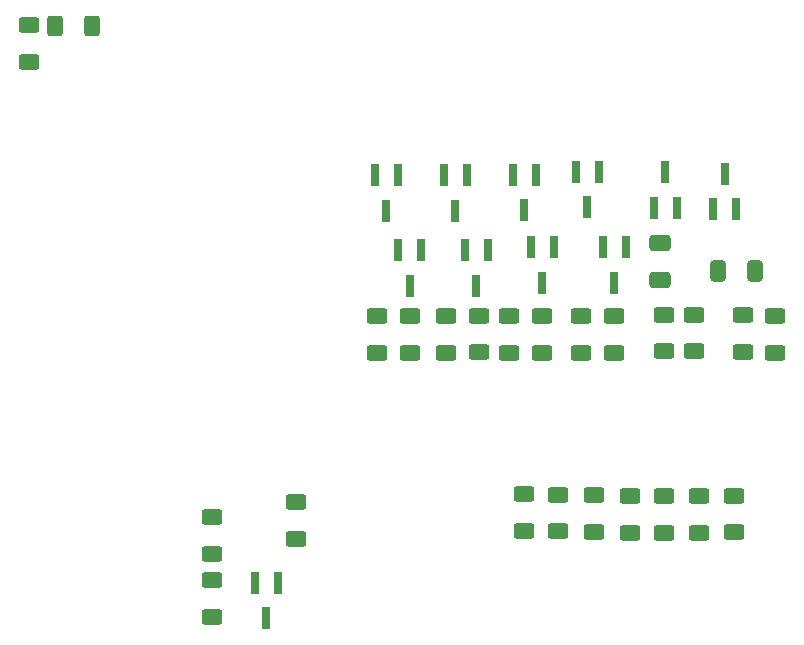
<source format=gbr>
%TF.GenerationSoftware,KiCad,Pcbnew,6.0.0*%
%TF.CreationDate,2022-04-09T17:08:46-03:00*%
%TF.ProjectId,cwc5.5,63776335-2e35-42e6-9b69-6361645f7063,rev?*%
%TF.SameCoordinates,Original*%
%TF.FileFunction,Paste,Bot*%
%TF.FilePolarity,Positive*%
%FSLAX46Y46*%
G04 Gerber Fmt 4.6, Leading zero omitted, Abs format (unit mm)*
G04 Created by KiCad (PCBNEW 6.0.0) date 2022-04-09 17:08:46*
%MOMM*%
%LPD*%
G01*
G04 APERTURE LIST*
G04 Aperture macros list*
%AMRoundRect*
0 Rectangle with rounded corners*
0 $1 Rounding radius*
0 $2 $3 $4 $5 $6 $7 $8 $9 X,Y pos of 4 corners*
0 Add a 4 corners polygon primitive as box body*
4,1,4,$2,$3,$4,$5,$6,$7,$8,$9,$2,$3,0*
0 Add four circle primitives for the rounded corners*
1,1,$1+$1,$2,$3*
1,1,$1+$1,$4,$5*
1,1,$1+$1,$6,$7*
1,1,$1+$1,$8,$9*
0 Add four rect primitives between the rounded corners*
20,1,$1+$1,$2,$3,$4,$5,0*
20,1,$1+$1,$4,$5,$6,$7,0*
20,1,$1+$1,$6,$7,$8,$9,0*
20,1,$1+$1,$8,$9,$2,$3,0*%
G04 Aperture macros list end*
%ADD10RoundRect,0.250000X-0.625000X0.400000X-0.625000X-0.400000X0.625000X-0.400000X0.625000X0.400000X0*%
%ADD11R,0.800000X1.900000*%
%ADD12RoundRect,0.250000X0.625000X-0.400000X0.625000X0.400000X-0.625000X0.400000X-0.625000X-0.400000X0*%
%ADD13RoundRect,0.250000X0.412500X0.650000X-0.412500X0.650000X-0.412500X-0.650000X0.412500X-0.650000X0*%
%ADD14RoundRect,0.250000X0.650000X-0.412500X0.650000X0.412500X-0.650000X0.412500X-0.650000X-0.412500X0*%
%ADD15RoundRect,0.250000X0.400000X0.625000X-0.400000X0.625000X-0.400000X-0.625000X0.400000X-0.625000X0*%
G04 APERTURE END LIST*
D10*
%TO.C,R9*%
X46228000Y-26136000D03*
X46228000Y-29236000D03*
%TD*%
D11*
%TO.C,Q10*%
X39690000Y-20598000D03*
X41590000Y-20598000D03*
X40640000Y-23598000D03*
%TD*%
D10*
%TO.C,R12*%
X43434000Y-26136000D03*
X43434000Y-29236000D03*
%TD*%
D11*
%TO.C,Q17*%
X62600000Y-17100000D03*
X60700000Y-17100000D03*
X61650000Y-14100000D03*
%TD*%
D10*
%TO.C,R26*%
X65925000Y-26150000D03*
X65925000Y-29250000D03*
%TD*%
D11*
%TO.C,Q12*%
X37912000Y-14248000D03*
X39812000Y-14248000D03*
X38862000Y-17248000D03*
%TD*%
D10*
%TO.C,R28*%
X59075000Y-26025000D03*
X59075000Y-29125000D03*
%TD*%
D12*
%TO.C,R91*%
X2794000Y-4598000D03*
X2794000Y-1498000D03*
%TD*%
%TO.C,R97*%
X47575000Y-44375000D03*
X47575000Y-41275000D03*
%TD*%
D10*
%TO.C,R3*%
X52324000Y-26162000D03*
X52324000Y-29262000D03*
%TD*%
D13*
%TO.C,C1*%
X64200000Y-22375000D03*
X61075000Y-22375000D03*
%TD*%
D11*
%TO.C,Q2*%
X51374000Y-20344000D03*
X53274000Y-20344000D03*
X52324000Y-23344000D03*
%TD*%
%TO.C,Q4*%
X49088000Y-13956000D03*
X50988000Y-13956000D03*
X50038000Y-16956000D03*
%TD*%
D12*
%TO.C,R25*%
X63225000Y-29200000D03*
X63225000Y-26100000D03*
%TD*%
%TO.C,R98*%
X62400000Y-44475000D03*
X62400000Y-41375000D03*
%TD*%
D11*
%TO.C,Q6*%
X45278000Y-20344000D03*
X47178000Y-20344000D03*
X46228000Y-23344000D03*
%TD*%
%TO.C,Q16*%
X32070000Y-14248000D03*
X33970000Y-14248000D03*
X33020000Y-17248000D03*
%TD*%
D10*
%TO.C,R24*%
X32258000Y-26136000D03*
X32258000Y-29236000D03*
%TD*%
%TO.C,R21*%
X35052000Y-26136000D03*
X35052000Y-29236000D03*
%TD*%
%TO.C,R15*%
X40894000Y-26110000D03*
X40894000Y-29210000D03*
%TD*%
D14*
%TO.C,C2*%
X56150000Y-23062500D03*
X56150000Y-19937500D03*
%TD*%
D15*
%TO.C,R89*%
X8078400Y-1574800D03*
X4978400Y-1574800D03*
%TD*%
D12*
%TO.C,R92*%
X44625000Y-44325000D03*
X44625000Y-41225000D03*
%TD*%
D11*
%TO.C,U0*%
X21910000Y-48750000D03*
X23810000Y-48750000D03*
X22860000Y-51750000D03*
%TD*%
D10*
%TO.C,R18*%
X38100000Y-26136000D03*
X38100000Y-29236000D03*
%TD*%
D11*
%TO.C,Q8*%
X43754000Y-14186000D03*
X45654000Y-14186000D03*
X44704000Y-17186000D03*
%TD*%
D12*
%TO.C,R93*%
X59500000Y-44500000D03*
X59500000Y-41400000D03*
%TD*%
D10*
%TO.C,R72*%
X18288000Y-48514000D03*
X18288000Y-51614000D03*
%TD*%
D12*
%TO.C,R71*%
X25400000Y-44984000D03*
X25400000Y-41884000D03*
%TD*%
D10*
%TO.C,R6*%
X49530000Y-26162000D03*
X49530000Y-29262000D03*
%TD*%
D12*
%TO.C,R94*%
X56550000Y-44500000D03*
X56550000Y-41400000D03*
%TD*%
D11*
%TO.C,Q14*%
X34036000Y-20574000D03*
X35936000Y-20574000D03*
X34986000Y-23574000D03*
%TD*%
D12*
%TO.C,R96*%
X50600000Y-44400000D03*
X50600000Y-41300000D03*
%TD*%
%TO.C,R73*%
X18288000Y-46254000D03*
X18288000Y-43154000D03*
%TD*%
%TO.C,R95*%
X53650000Y-44500000D03*
X53650000Y-41400000D03*
%TD*%
D11*
%TO.C,Q18*%
X57592000Y-16994000D03*
X55692000Y-16994000D03*
X56642000Y-13994000D03*
%TD*%
D12*
%TO.C,R27*%
X56475000Y-29125000D03*
X56475000Y-26025000D03*
%TD*%
M02*

</source>
